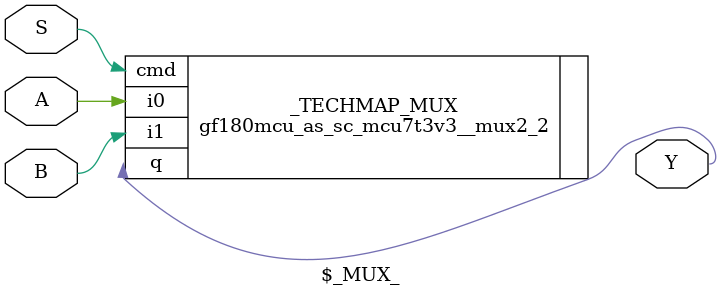
<source format=v>
module \$_MUX_ (
    output Y,
    input A,
    input B,
    input S
    );
  gf180mcu_as_sc_mcu7t3v3__mux2_2 _TECHMAP_MUX (
      .q(Y),
      .i0(A),
      .i1(B),
      .cmd(S)
  );
endmodule

</source>
